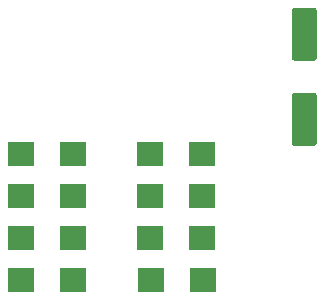
<source format=gbr>
G04 #@! TF.GenerationSoftware,KiCad,Pcbnew,(5.1.2)-1*
G04 #@! TF.CreationDate,2020-03-30T00:08:58+09:00*
G04 #@! TF.ProjectId,L298N_DRIVER,4c323938-4e5f-4445-9249-5645522e6b69,rev?*
G04 #@! TF.SameCoordinates,Original*
G04 #@! TF.FileFunction,Paste,Top*
G04 #@! TF.FilePolarity,Positive*
%FSLAX46Y46*%
G04 Gerber Fmt 4.6, Leading zero omitted, Abs format (unit mm)*
G04 Created by KiCad (PCBNEW (5.1.2)-1) date 2020-03-30 00:08:58*
%MOMM*%
%LPD*%
G04 APERTURE LIST*
%ADD10R,2.300000X2.150000*%
%ADD11C,0.100000*%
%ADD12C,2.100000*%
G04 APERTURE END LIST*
D10*
X142412000Y-68072000D03*
X146812000Y-68072000D03*
X153416000Y-68072000D03*
X157816000Y-68072000D03*
X142412000Y-64516000D03*
X146812000Y-64516000D03*
X153334000Y-64516000D03*
X157734000Y-64516000D03*
X142412000Y-60960000D03*
X146812000Y-60960000D03*
X153334000Y-60960000D03*
X157734000Y-60960000D03*
X142412000Y-57404000D03*
X146812000Y-57404000D03*
X153334000Y-57404000D03*
X157734000Y-57404000D03*
D11*
G36*
X167194504Y-44995204D02*
G01*
X167218773Y-44998804D01*
X167242571Y-45004765D01*
X167265671Y-45013030D01*
X167287849Y-45023520D01*
X167308893Y-45036133D01*
X167328598Y-45050747D01*
X167346777Y-45067223D01*
X167363253Y-45085402D01*
X167377867Y-45105107D01*
X167390480Y-45126151D01*
X167400970Y-45148329D01*
X167409235Y-45171429D01*
X167415196Y-45195227D01*
X167418796Y-45219496D01*
X167420000Y-45244000D01*
X167420000Y-49244000D01*
X167418796Y-49268504D01*
X167415196Y-49292773D01*
X167409235Y-49316571D01*
X167400970Y-49339671D01*
X167390480Y-49361849D01*
X167377867Y-49382893D01*
X167363253Y-49402598D01*
X167346777Y-49420777D01*
X167328598Y-49437253D01*
X167308893Y-49451867D01*
X167287849Y-49464480D01*
X167265671Y-49474970D01*
X167242571Y-49483235D01*
X167218773Y-49489196D01*
X167194504Y-49492796D01*
X167170000Y-49494000D01*
X165570000Y-49494000D01*
X165545496Y-49492796D01*
X165521227Y-49489196D01*
X165497429Y-49483235D01*
X165474329Y-49474970D01*
X165452151Y-49464480D01*
X165431107Y-49451867D01*
X165411402Y-49437253D01*
X165393223Y-49420777D01*
X165376747Y-49402598D01*
X165362133Y-49382893D01*
X165349520Y-49361849D01*
X165339030Y-49339671D01*
X165330765Y-49316571D01*
X165324804Y-49292773D01*
X165321204Y-49268504D01*
X165320000Y-49244000D01*
X165320000Y-45244000D01*
X165321204Y-45219496D01*
X165324804Y-45195227D01*
X165330765Y-45171429D01*
X165339030Y-45148329D01*
X165349520Y-45126151D01*
X165362133Y-45105107D01*
X165376747Y-45085402D01*
X165393223Y-45067223D01*
X165411402Y-45050747D01*
X165431107Y-45036133D01*
X165452151Y-45023520D01*
X165474329Y-45013030D01*
X165497429Y-45004765D01*
X165521227Y-44998804D01*
X165545496Y-44995204D01*
X165570000Y-44994000D01*
X167170000Y-44994000D01*
X167194504Y-44995204D01*
X167194504Y-44995204D01*
G37*
D12*
X166370000Y-47244000D03*
D11*
G36*
X167194504Y-52195204D02*
G01*
X167218773Y-52198804D01*
X167242571Y-52204765D01*
X167265671Y-52213030D01*
X167287849Y-52223520D01*
X167308893Y-52236133D01*
X167328598Y-52250747D01*
X167346777Y-52267223D01*
X167363253Y-52285402D01*
X167377867Y-52305107D01*
X167390480Y-52326151D01*
X167400970Y-52348329D01*
X167409235Y-52371429D01*
X167415196Y-52395227D01*
X167418796Y-52419496D01*
X167420000Y-52444000D01*
X167420000Y-56444000D01*
X167418796Y-56468504D01*
X167415196Y-56492773D01*
X167409235Y-56516571D01*
X167400970Y-56539671D01*
X167390480Y-56561849D01*
X167377867Y-56582893D01*
X167363253Y-56602598D01*
X167346777Y-56620777D01*
X167328598Y-56637253D01*
X167308893Y-56651867D01*
X167287849Y-56664480D01*
X167265671Y-56674970D01*
X167242571Y-56683235D01*
X167218773Y-56689196D01*
X167194504Y-56692796D01*
X167170000Y-56694000D01*
X165570000Y-56694000D01*
X165545496Y-56692796D01*
X165521227Y-56689196D01*
X165497429Y-56683235D01*
X165474329Y-56674970D01*
X165452151Y-56664480D01*
X165431107Y-56651867D01*
X165411402Y-56637253D01*
X165393223Y-56620777D01*
X165376747Y-56602598D01*
X165362133Y-56582893D01*
X165349520Y-56561849D01*
X165339030Y-56539671D01*
X165330765Y-56516571D01*
X165324804Y-56492773D01*
X165321204Y-56468504D01*
X165320000Y-56444000D01*
X165320000Y-52444000D01*
X165321204Y-52419496D01*
X165324804Y-52395227D01*
X165330765Y-52371429D01*
X165339030Y-52348329D01*
X165349520Y-52326151D01*
X165362133Y-52305107D01*
X165376747Y-52285402D01*
X165393223Y-52267223D01*
X165411402Y-52250747D01*
X165431107Y-52236133D01*
X165452151Y-52223520D01*
X165474329Y-52213030D01*
X165497429Y-52204765D01*
X165521227Y-52198804D01*
X165545496Y-52195204D01*
X165570000Y-52194000D01*
X167170000Y-52194000D01*
X167194504Y-52195204D01*
X167194504Y-52195204D01*
G37*
D12*
X166370000Y-54444000D03*
M02*

</source>
